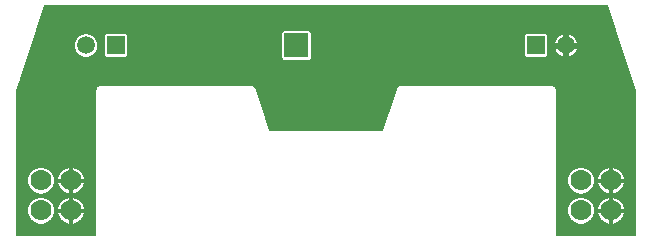
<source format=gtl>
%FSLAX33Y33*%
%MOMM*%
%AMRect-W1500000-H1500000-RO1.000*
21,1,1.5,1.5,0.,0.,180*%
%ADD10C,0.0508*%
%ADD11C,0.7112*%
%ADD12R,2.X2.*%
%ADD13C,2.*%
%ADD14R,1.5X1.5*%
%ADD15C,1.5*%
%ADD16C,1.778*%
%ADD17C,1.5*%
%ADD18Rect-W1500000-H1500000-RO1.000*%
D10*
%LNpour fill*%
G01*
X52894Y12628D02*
X52894Y12628D01*
X50479Y19874*
X2861Y19874*
X0446Y12628*
X0446Y0446*
X7174Y0446*
X7174Y12700*
X7174Y12700*
X7183Y12787*
X7183Y12787*
X7208Y12871*
X7208Y12871*
X7249Y12948*
X7249Y12948*
X7305Y13015*
X7305Y13015*
X7372Y13071*
X7372Y13071*
X7449Y13112*
X7449Y13112*
X7533Y13137*
X7533Y13137*
X7620Y13146*
X7620Y13146*
X20320Y13146*
X20320Y13146*
X20336Y13144*
X20352Y13145*
X20352Y13145*
X20379Y13140*
X20407Y13137*
X20407Y13137*
X20422Y13133*
X20438Y13130*
X20438Y13130*
X20464Y13120*
X20491Y13112*
X20491Y13112*
X20505Y13104*
X20519Y13099*
X20519Y13099*
X20543Y13084*
X20568Y13071*
X20568Y13071*
X20580Y13061*
X20593Y13052*
X20593Y13052*
X20614Y13033*
X20635Y13015*
X20635Y13015*
X20645Y13003*
X20657Y12992*
X20657Y12992*
X20673Y12969*
X20691Y12948*
X20691Y12948*
X20698Y12934*
X20707Y12921*
X20707Y12921*
X20719Y12895*
X20732Y12871*
X20732Y12871*
X20736Y12855*
X20743Y12841*
X20743Y12841*
X21911Y9336*
X31429Y9336*
X32597Y12841*
X32597Y12841*
X32604Y12855*
X32608Y12871*
X32608Y12871*
X32621Y12895*
X32633Y12921*
X32633Y12921*
X32642Y12934*
X32649Y12948*
X32649Y12948*
X32667Y12969*
X32683Y12992*
X32683Y12992*
X32695Y13003*
X32705Y13015*
X32705Y13015*
X32726Y13033*
X32747Y13052*
X32747Y13052*
X32760Y13061*
X32772Y13071*
X32772Y13071*
X32797Y13084*
X32821Y13099*
X32821Y13099*
X32835Y13104*
X32849Y13112*
X32849Y13112*
X32876Y13120*
X32902Y13130*
X32902Y13130*
X32918Y13133*
X32933Y13137*
X32933Y13137*
X32961Y13140*
X32988Y13145*
X32988Y13145*
X33004Y13144*
X33020Y13146*
X33020Y13146*
X45720Y13146*
X45720Y13146*
X45807Y13137*
X45807Y13137*
X45891Y13112*
X45891Y13112*
X45968Y13071*
X45968Y13071*
X46035Y13015*
X46035Y13015*
X46091Y12948*
X46091Y12948*
X46132Y12871*
X46132Y12871*
X46157Y12787*
X46157Y12787*
X46166Y12700*
X46166Y12700*
X46166Y0446*
X52894Y0446*
X52894Y12628*
X25170Y15255D02*
X23170Y15255D01*
X23130Y15258*
X23091Y15267*
X23054Y15283*
X23020Y15304*
X22990Y15330*
X22964Y15360*
X22943Y15394*
X22927Y15431*
X22918Y15470*
X22915Y15510*
X22915Y17510*
X22918Y17550*
X22927Y17589*
X22943Y17626*
X22964Y17660*
X22990Y17690*
X23020Y17716*
X23054Y17737*
X23091Y17753*
X23130Y17762*
X23170Y17765*
X25170Y17765*
X25210Y17762*
X25249Y17753*
X25286Y17737*
X25320Y17716*
X25350Y17690*
X25376Y17660*
X25397Y17626*
X25413Y17589*
X25422Y17550*
X25425Y17510*
X25425Y15510*
X25422Y15470*
X25413Y15431*
X25397Y15394*
X25376Y15360*
X25350Y15330*
X25320Y15304*
X25286Y15283*
X25249Y15267*
X25210Y15258*
X25170Y15255*
X9640Y15505D02*
X8140Y15505D01*
X8100Y15508*
X8061Y15517*
X8024Y15533*
X7990Y15554*
X7960Y15580*
X7934Y15610*
X7913Y15644*
X7897Y15681*
X7888Y15720*
X7885Y15760*
X7885Y17260*
X7888Y17300*
X7897Y17339*
X7913Y17376*
X7934Y17410*
X7960Y17440*
X7990Y17466*
X8024Y17487*
X8061Y17503*
X8100Y17512*
X8140Y17515*
X9640Y17515*
X9680Y17512*
X9719Y17503*
X9756Y17487*
X9790Y17466*
X9820Y17440*
X9846Y17410*
X9867Y17376*
X9883Y17339*
X9892Y17300*
X9895Y17260*
X9895Y15760*
X9892Y15720*
X9883Y15681*
X9867Y15644*
X9846Y15610*
X9820Y15580*
X9790Y15554*
X9756Y15533*
X9719Y15517*
X9680Y15508*
X9640Y15505*
X45200Y15505D02*
X43700Y15505D01*
X43660Y15508*
X43621Y15517*
X43584Y15533*
X43550Y15554*
X43520Y15580*
X43494Y15610*
X43473Y15644*
X43457Y15681*
X43448Y15720*
X43445Y15760*
X43445Y17260*
X43448Y17300*
X43457Y17339*
X43473Y17376*
X43494Y17410*
X43520Y17440*
X43550Y17466*
X43584Y17487*
X43621Y17503*
X43660Y17512*
X43700Y17515*
X45200Y17515*
X45240Y17512*
X45279Y17503*
X45316Y17487*
X45350Y17466*
X45380Y17440*
X45406Y17410*
X45427Y17376*
X45443Y17339*
X45452Y17300*
X45455Y17260*
X45455Y15760*
X45452Y15720*
X45443Y15681*
X45427Y15644*
X45406Y15610*
X45380Y15580*
X45350Y15554*
X45316Y15533*
X45279Y15517*
X45240Y15508*
X45200Y15505*
X6471Y15512D02*
X6229Y15512D01*
X5994Y15570*
X5779Y15683*
X5598Y15844*
X5460Y16043*
X5374Y16269*
X5345Y16510*
X5374Y16751*
X5460Y16977*
X5598Y17176*
X5779Y17337*
X5994Y17450*
X6229Y17508*
X6471Y17508*
X6706Y17450*
X6921Y17337*
X7102Y17176*
X7240Y16977*
X7326Y16751*
X7355Y16510*
X7326Y16269*
X7240Y16043*
X7102Y15844*
X6921Y15683*
X6706Y15570*
X6471Y15512*
X47190Y15532D02*
X47190Y15829D01*
X46790Y15829*
X46790Y15532*
X46634Y15570*
X46419Y15683*
X46238Y15844*
X46100Y16043*
X46014Y16269*
X46009Y16310*
X46303Y16310*
X46303Y16710*
X46009Y16710*
X46014Y16751*
X46100Y16977*
X46238Y17176*
X46419Y17337*
X46634Y17450*
X46790Y17488*
X46790Y17191*
X47190Y17191*
X47190Y17488*
X47346Y17450*
X47561Y17337*
X47742Y17176*
X47880Y16977*
X47966Y16751*
X47971Y16710*
X47676Y16710*
X47676Y16310*
X47971Y16310*
X47966Y16269*
X47880Y16043*
X47742Y15844*
X47561Y15683*
X47346Y15570*
X47190Y15532*
X2678Y3944D02*
X2402Y3944D01*
X2134Y4010*
X1890Y4139*
X1684Y4321*
X1527Y4548*
X1429Y4806*
X1396Y5080*
X1429Y5354*
X1527Y5612*
X1684Y5839*
X1890Y6021*
X2134Y6150*
X2402Y6216*
X2678Y6216*
X2946Y6150*
X3190Y6021*
X3396Y5839*
X3553Y5612*
X3651Y5354*
X3684Y5080*
X3651Y4806*
X3553Y4548*
X3396Y4321*
X3190Y4139*
X2946Y4010*
X2678Y3944*
X5218Y3944D02*
X5207Y3944D01*
X5207Y4261*
X4953Y4261*
X4953Y3944*
X4942Y3944*
X4674Y4010*
X4430Y4139*
X4224Y4321*
X4067Y4548*
X3969Y4806*
X3951Y4953*
X4255Y4953*
X4255Y5207*
X3951Y5207*
X3969Y5354*
X4067Y5612*
X4224Y5839*
X4430Y6021*
X4674Y6150*
X4942Y6216*
X4953Y6216*
X4953Y5899*
X5207Y5899*
X5207Y6216*
X5218Y6216*
X5486Y6150*
X5730Y6021*
X5936Y5839*
X6093Y5612*
X6191Y5354*
X6209Y5207*
X5905Y5207*
X5905Y4953*
X6209Y4953*
X6191Y4806*
X6093Y4548*
X5936Y4321*
X5730Y4139*
X5486Y4010*
X5218Y3944*
X48398Y3944D02*
X48122Y3944D01*
X47854Y4010*
X47610Y4139*
X47404Y4321*
X47247Y4548*
X47149Y4806*
X47116Y5080*
X47149Y5354*
X47247Y5612*
X47404Y5839*
X47610Y6021*
X47854Y6150*
X48122Y6216*
X48398Y6216*
X48666Y6150*
X48910Y6021*
X49116Y5839*
X49273Y5612*
X49371Y5354*
X49404Y5080*
X49371Y4806*
X49273Y4548*
X49116Y4321*
X48910Y4139*
X48666Y4010*
X48398Y3944*
X50938Y3944D02*
X50927Y3944D01*
X50927Y4261*
X50673Y4261*
X50673Y3944*
X50662Y3944*
X50394Y4010*
X50150Y4139*
X49944Y4321*
X49787Y4548*
X49689Y4806*
X49671Y4953*
X49974Y4953*
X49974Y5207*
X49671Y5207*
X49689Y5354*
X49787Y5612*
X49944Y5839*
X50150Y6021*
X50394Y6150*
X50662Y6216*
X50673Y6216*
X50673Y5899*
X50927Y5899*
X50927Y6216*
X50938Y6216*
X51206Y6150*
X51450Y6021*
X51656Y5839*
X51813Y5612*
X51911Y5354*
X51929Y5207*
X51626Y5207*
X51626Y4953*
X51929Y4953*
X51911Y4806*
X51813Y4548*
X51656Y4321*
X51450Y4139*
X51206Y4010*
X50938Y3944*
X2678Y1404D02*
X2402Y1404D01*
X2134Y1470*
X1890Y1599*
X1684Y1781*
X1527Y2008*
X1429Y2266*
X1396Y2540*
X1429Y2814*
X1527Y3072*
X1684Y3299*
X1890Y3481*
X2134Y3610*
X2402Y3676*
X2678Y3676*
X2946Y3610*
X3190Y3481*
X3396Y3299*
X3553Y3072*
X3651Y2814*
X3684Y2540*
X3651Y2266*
X3553Y2008*
X3396Y1781*
X3190Y1599*
X2946Y1470*
X2678Y1404*
X5218Y1404D02*
X5207Y1404D01*
X5207Y1721*
X4953Y1721*
X4953Y1404*
X4942Y1404*
X4674Y1470*
X4430Y1599*
X4224Y1781*
X4067Y2008*
X3969Y2266*
X3951Y2413*
X4255Y2413*
X4255Y2667*
X3951Y2667*
X3969Y2814*
X4067Y3072*
X4224Y3299*
X4430Y3481*
X4674Y3610*
X4942Y3676*
X4953Y3676*
X4953Y3359*
X5207Y3359*
X5207Y3676*
X5218Y3676*
X5486Y3610*
X5730Y3481*
X5936Y3299*
X6093Y3072*
X6191Y2814*
X6209Y2667*
X5905Y2667*
X5905Y2413*
X6209Y2413*
X6191Y2266*
X6093Y2008*
X5936Y1781*
X5730Y1599*
X5486Y1470*
X5218Y1404*
X48398Y1404D02*
X48122Y1404D01*
X47854Y1470*
X47610Y1599*
X47404Y1781*
X47247Y2008*
X47149Y2266*
X47116Y2540*
X47149Y2814*
X47247Y3072*
X47404Y3299*
X47610Y3481*
X47854Y3610*
X48122Y3676*
X48398Y3676*
X48666Y3610*
X48910Y3481*
X49116Y3299*
X49273Y3072*
X49371Y2814*
X49404Y2540*
X49371Y2266*
X49273Y2008*
X49116Y1781*
X48910Y1599*
X48666Y1470*
X48398Y1404*
X50938Y1404D02*
X50927Y1404D01*
X50927Y1721*
X50673Y1721*
X50673Y1404*
X50662Y1404*
X50394Y1470*
X50150Y1599*
X49944Y1781*
X49787Y2008*
X49689Y2266*
X49671Y2413*
X49974Y2413*
X49974Y2667*
X49671Y2667*
X49689Y2814*
X49787Y3072*
X49944Y3299*
X50150Y3481*
X50394Y3610*
X50662Y3676*
X50673Y3676*
X50673Y3359*
X50927Y3359*
X50927Y3676*
X50938Y3676*
X51206Y3610*
X51450Y3481*
X51656Y3299*
X51813Y3072*
X51911Y2814*
X51929Y2667*
X51626Y2667*
X51626Y2413*
X51929Y2413*
X51911Y2266*
X51813Y2008*
X51656Y1781*
X51450Y1599*
X51206Y1470*
X50938Y1404*
X0446Y0495D02*
X7175Y0495D01*
X46166Y0495D02*
X52895Y0495D01*
X0446Y0545D02*
X7175Y0545D01*
X46166Y0545D02*
X52895Y0545D01*
X0446Y0594D02*
X7175Y0594D01*
X46166Y0594D02*
X52895Y0594D01*
X0446Y0644D02*
X7175Y0644D01*
X46166Y0644D02*
X52895Y0644D01*
X0446Y0693D02*
X7175Y0693D01*
X46166Y0693D02*
X52895Y0693D01*
X0446Y0743D02*
X7175Y0743D01*
X46166Y0743D02*
X52895Y0743D01*
X0446Y0792D02*
X7175Y0792D01*
X46166Y0792D02*
X52895Y0792D01*
X0446Y0842D02*
X7175Y0842D01*
X46166Y0842D02*
X52895Y0842D01*
X0446Y0891D02*
X7175Y0891D01*
X46166Y0891D02*
X52895Y0891D01*
X0446Y0941D02*
X7175Y0941D01*
X46166Y0941D02*
X52895Y0941D01*
X0446Y0990D02*
X7175Y0990D01*
X46166Y0990D02*
X52895Y0990D01*
X0446Y1040D02*
X7175Y1040D01*
X46166Y1040D02*
X52895Y1040D01*
X0446Y1089D02*
X7175Y1089D01*
X46166Y1089D02*
X52895Y1089D01*
X0446Y1139D02*
X7175Y1139D01*
X46166Y1139D02*
X52895Y1139D01*
X0446Y1188D02*
X7175Y1188D01*
X46166Y1188D02*
X52895Y1188D01*
X0446Y1238D02*
X7175Y1238D01*
X46166Y1238D02*
X52895Y1238D01*
X0446Y1288D02*
X7175Y1288D01*
X46166Y1288D02*
X52895Y1288D01*
X0446Y1337D02*
X7175Y1337D01*
X46166Y1337D02*
X52895Y1337D01*
X0446Y1387D02*
X7175Y1387D01*
X46166Y1387D02*
X52895Y1387D01*
X0446Y1436D02*
X2272Y1436D01*
X2808Y1436D02*
X4812Y1436D01*
X4953Y1436D02*
X5207Y1436D01*
X5348Y1436D02*
X7175Y1436D01*
X46166Y1436D02*
X47992Y1436D01*
X48528Y1436D02*
X50532Y1436D01*
X50673Y1436D02*
X50927Y1436D01*
X51068Y1436D02*
X52895Y1436D01*
X0446Y1486D02*
X2105Y1486D01*
X2975Y1486D02*
X4645Y1486D01*
X4953Y1486D02*
X5207Y1486D01*
X5515Y1486D02*
X7175Y1486D01*
X46166Y1486D02*
X47825Y1486D01*
X48695Y1486D02*
X50365Y1486D01*
X50673Y1486D02*
X50927Y1486D01*
X51235Y1486D02*
X52895Y1486D01*
X0446Y1535D02*
X2010Y1535D01*
X3070Y1535D02*
X4550Y1535D01*
X4953Y1535D02*
X5207Y1535D01*
X5610Y1535D02*
X7175Y1535D01*
X46166Y1535D02*
X47730Y1535D01*
X48790Y1535D02*
X50270Y1535D01*
X50673Y1535D02*
X50927Y1535D01*
X51330Y1535D02*
X52895Y1535D01*
X0446Y1585D02*
X1916Y1585D01*
X3164Y1585D02*
X4456Y1585D01*
X4953Y1585D02*
X5207Y1585D01*
X5704Y1585D02*
X7175Y1585D01*
X46166Y1585D02*
X47636Y1585D01*
X48884Y1585D02*
X50176Y1585D01*
X50673Y1585D02*
X50927Y1585D01*
X51424Y1585D02*
X52895Y1585D01*
X0446Y1634D02*
X1849Y1634D01*
X3231Y1634D02*
X4389Y1634D01*
X4953Y1634D02*
X5207Y1634D01*
X5771Y1634D02*
X7175Y1634D01*
X46166Y1634D02*
X47569Y1634D01*
X48951Y1634D02*
X50109Y1634D01*
X50673Y1634D02*
X50927Y1634D01*
X51491Y1634D02*
X52895Y1634D01*
X0446Y1684D02*
X1794Y1684D01*
X3286Y1684D02*
X4334Y1684D01*
X4953Y1684D02*
X5207Y1684D01*
X5826Y1684D02*
X7175Y1684D01*
X46166Y1684D02*
X47514Y1684D01*
X49006Y1684D02*
X50054Y1684D01*
X50673Y1684D02*
X50927Y1684D01*
X51546Y1684D02*
X52895Y1684D01*
X0446Y1733D02*
X1738Y1733D01*
X3342Y1733D02*
X4278Y1733D01*
X5882Y1733D02*
X7175Y1733D01*
X46166Y1733D02*
X47458Y1733D01*
X49062Y1733D02*
X49998Y1733D01*
X51602Y1733D02*
X52895Y1733D01*
X0446Y1783D02*
X1682Y1783D01*
X3398Y1783D02*
X4222Y1783D01*
X5938Y1783D02*
X7175Y1783D01*
X46166Y1783D02*
X47402Y1783D01*
X49118Y1783D02*
X49942Y1783D01*
X51658Y1783D02*
X52895Y1783D01*
X0446Y1832D02*
X1648Y1832D01*
X3432Y1832D02*
X4188Y1832D01*
X5972Y1832D02*
X7175Y1832D01*
X46166Y1832D02*
X47368Y1832D01*
X49152Y1832D02*
X49908Y1832D01*
X51692Y1832D02*
X52895Y1832D01*
X0446Y1882D02*
X1614Y1882D01*
X3466Y1882D02*
X4154Y1882D01*
X6006Y1882D02*
X7175Y1882D01*
X46166Y1882D02*
X47334Y1882D01*
X49186Y1882D02*
X49874Y1882D01*
X51726Y1882D02*
X52895Y1882D01*
X0446Y1931D02*
X1580Y1931D01*
X3500Y1931D02*
X4120Y1931D01*
X6040Y1931D02*
X7175Y1931D01*
X46166Y1931D02*
X47300Y1931D01*
X49220Y1931D02*
X49840Y1931D01*
X51760Y1931D02*
X52895Y1931D01*
X0446Y1981D02*
X1546Y1981D01*
X3534Y1981D02*
X4086Y1981D01*
X6074Y1981D02*
X7175Y1981D01*
X46166Y1981D02*
X47266Y1981D01*
X49254Y1981D02*
X49806Y1981D01*
X51794Y1981D02*
X52895Y1981D01*
X0446Y2030D02*
X1518Y2030D01*
X3562Y2030D02*
X4058Y2030D01*
X6102Y2030D02*
X7175Y2030D01*
X46166Y2030D02*
X47238Y2030D01*
X49282Y2030D02*
X49778Y2030D01*
X51822Y2030D02*
X52895Y2030D01*
X0446Y2080D02*
X1500Y2080D01*
X3580Y2080D02*
X4040Y2080D01*
X6120Y2080D02*
X7175Y2080D01*
X46166Y2080D02*
X47220Y2080D01*
X49300Y2080D02*
X49760Y2080D01*
X51840Y2080D02*
X52895Y2080D01*
X0446Y2130D02*
X1481Y2130D01*
X3599Y2130D02*
X4021Y2130D01*
X6139Y2130D02*
X7175Y2130D01*
X46166Y2130D02*
X47201Y2130D01*
X49319Y2130D02*
X49741Y2130D01*
X51859Y2130D02*
X52895Y2130D01*
X0446Y2179D02*
X1462Y2179D01*
X3618Y2179D02*
X4002Y2179D01*
X6158Y2179D02*
X7175Y2179D01*
X46166Y2179D02*
X47182Y2179D01*
X49338Y2179D02*
X49722Y2179D01*
X51878Y2179D02*
X52895Y2179D01*
X0446Y2229D02*
X1443Y2229D01*
X3637Y2229D02*
X3983Y2229D01*
X6177Y2229D02*
X7175Y2229D01*
X46166Y2229D02*
X47163Y2229D01*
X49357Y2229D02*
X49703Y2229D01*
X51897Y2229D02*
X52895Y2229D01*
X0446Y2278D02*
X1428Y2278D01*
X3652Y2278D02*
X3968Y2278D01*
X6192Y2278D02*
X7175Y2278D01*
X46166Y2278D02*
X47148Y2278D01*
X49372Y2278D02*
X49688Y2278D01*
X51912Y2278D02*
X52895Y2278D01*
X0446Y2328D02*
X1422Y2328D01*
X3658Y2328D02*
X3962Y2328D01*
X6198Y2328D02*
X7175Y2328D01*
X46166Y2328D02*
X47142Y2328D01*
X49378Y2328D02*
X49682Y2328D01*
X51918Y2328D02*
X52895Y2328D01*
X0446Y2377D02*
X1416Y2377D01*
X3664Y2377D02*
X3956Y2377D01*
X6204Y2377D02*
X7175Y2377D01*
X46166Y2377D02*
X47136Y2377D01*
X49384Y2377D02*
X49676Y2377D01*
X51924Y2377D02*
X52895Y2377D01*
X0446Y2427D02*
X1410Y2427D01*
X3670Y2427D02*
X4254Y2427D01*
X5906Y2427D02*
X7175Y2427D01*
X46166Y2427D02*
X47130Y2427D01*
X49390Y2427D02*
X49974Y2427D01*
X51626Y2427D02*
X52895Y2427D01*
X0446Y2476D02*
X1403Y2476D01*
X3677Y2476D02*
X4254Y2476D01*
X5906Y2476D02*
X7175Y2476D01*
X46166Y2476D02*
X47123Y2476D01*
X49397Y2476D02*
X49974Y2476D01*
X51626Y2476D02*
X52895Y2476D01*
X0446Y2526D02*
X1397Y2526D01*
X3683Y2526D02*
X4254Y2526D01*
X5906Y2526D02*
X7175Y2526D01*
X46166Y2526D02*
X47117Y2526D01*
X49403Y2526D02*
X49974Y2526D01*
X51626Y2526D02*
X52895Y2526D01*
X0446Y2575D02*
X1400Y2575D01*
X3680Y2575D02*
X4254Y2575D01*
X5906Y2575D02*
X7175Y2575D01*
X46166Y2575D02*
X47120Y2575D01*
X49400Y2575D02*
X49974Y2575D01*
X51626Y2575D02*
X52895Y2575D01*
X0446Y2625D02*
X1406Y2625D01*
X3674Y2625D02*
X4254Y2625D01*
X5906Y2625D02*
X7175Y2625D01*
X46166Y2625D02*
X47126Y2625D01*
X49394Y2625D02*
X49974Y2625D01*
X51626Y2625D02*
X52895Y2625D01*
X0446Y2674D02*
X1412Y2674D01*
X3668Y2674D02*
X3952Y2674D01*
X6208Y2674D02*
X7175Y2674D01*
X46166Y2674D02*
X47132Y2674D01*
X49388Y2674D02*
X49672Y2674D01*
X51928Y2674D02*
X52895Y2674D01*
X0446Y2724D02*
X1418Y2724D01*
X3662Y2724D02*
X3958Y2724D01*
X6202Y2724D02*
X7175Y2724D01*
X46166Y2724D02*
X47138Y2724D01*
X49382Y2724D02*
X49678Y2724D01*
X51922Y2724D02*
X52895Y2724D01*
X0446Y2773D02*
X1424Y2773D01*
X3656Y2773D02*
X3964Y2773D01*
X6196Y2773D02*
X7175Y2773D01*
X46166Y2773D02*
X47144Y2773D01*
X49376Y2773D02*
X49684Y2773D01*
X51916Y2773D02*
X52895Y2773D01*
X0446Y2823D02*
X1432Y2823D01*
X3648Y2823D02*
X3972Y2823D01*
X6188Y2823D02*
X7175Y2823D01*
X46166Y2823D02*
X47152Y2823D01*
X49368Y2823D02*
X49692Y2823D01*
X51908Y2823D02*
X52895Y2823D01*
X0446Y2872D02*
X1451Y2872D01*
X3629Y2872D02*
X3991Y2872D01*
X6169Y2872D02*
X7175Y2872D01*
X46166Y2872D02*
X47171Y2872D01*
X49349Y2872D02*
X49711Y2872D01*
X51889Y2872D02*
X52895Y2872D01*
X0446Y2922D02*
X1470Y2922D01*
X3610Y2922D02*
X4010Y2922D01*
X6150Y2922D02*
X7175Y2922D01*
X46166Y2922D02*
X47190Y2922D01*
X49330Y2922D02*
X49730Y2922D01*
X51870Y2922D02*
X52895Y2922D01*
X0446Y2972D02*
X1489Y2972D01*
X3591Y2972D02*
X4029Y2972D01*
X6131Y2972D02*
X7175Y2972D01*
X46166Y2972D02*
X47209Y2972D01*
X49311Y2972D02*
X49749Y2972D01*
X51851Y2972D02*
X52895Y2972D01*
X0446Y3021D02*
X1508Y3021D01*
X3572Y3021D02*
X4048Y3021D01*
X6112Y3021D02*
X7175Y3021D01*
X46166Y3021D02*
X47228Y3021D01*
X49292Y3021D02*
X49768Y3021D01*
X51832Y3021D02*
X52895Y3021D01*
X0446Y3071D02*
X1526Y3071D01*
X3554Y3071D02*
X4066Y3071D01*
X6094Y3071D02*
X7175Y3071D01*
X46166Y3071D02*
X47246Y3071D01*
X49274Y3071D02*
X49786Y3071D01*
X51814Y3071D02*
X52895Y3071D01*
X0446Y3120D02*
X1560Y3120D01*
X3520Y3120D02*
X4100Y3120D01*
X6060Y3120D02*
X7175Y3120D01*
X46166Y3120D02*
X47280Y3120D01*
X49240Y3120D02*
X49820Y3120D01*
X51780Y3120D02*
X52895Y3120D01*
X0446Y3170D02*
X1594Y3170D01*
X3486Y3170D02*
X4134Y3170D01*
X6026Y3170D02*
X7175Y3170D01*
X46166Y3170D02*
X47314Y3170D01*
X49206Y3170D02*
X49854Y3170D01*
X51746Y3170D02*
X52895Y3170D01*
X0446Y3219D02*
X1629Y3219D01*
X3451Y3219D02*
X4169Y3219D01*
X5991Y3219D02*
X7175Y3219D01*
X46166Y3219D02*
X47349Y3219D01*
X49171Y3219D02*
X49889Y3219D01*
X51711Y3219D02*
X52895Y3219D01*
X0446Y3269D02*
X1663Y3269D01*
X3417Y3269D02*
X4203Y3269D01*
X5957Y3269D02*
X7175Y3269D01*
X46166Y3269D02*
X47383Y3269D01*
X49137Y3269D02*
X49923Y3269D01*
X51677Y3269D02*
X52895Y3269D01*
X0446Y3318D02*
X1705Y3318D01*
X3375Y3318D02*
X4245Y3318D01*
X5915Y3318D02*
X7175Y3318D01*
X46166Y3318D02*
X47425Y3318D01*
X49095Y3318D02*
X49965Y3318D01*
X51635Y3318D02*
X52895Y3318D01*
X0446Y3368D02*
X1761Y3368D01*
X3319Y3368D02*
X4301Y3368D01*
X4953Y3368D02*
X5207Y3368D01*
X5859Y3368D02*
X7175Y3368D01*
X46166Y3368D02*
X47481Y3368D01*
X49039Y3368D02*
X50021Y3368D01*
X50673Y3368D02*
X50927Y3368D01*
X51579Y3368D02*
X52895Y3368D01*
X0446Y3417D02*
X1817Y3417D01*
X3263Y3417D02*
X4357Y3417D01*
X4953Y3417D02*
X5207Y3417D01*
X5803Y3417D02*
X7175Y3417D01*
X46166Y3417D02*
X47537Y3417D01*
X48983Y3417D02*
X50077Y3417D01*
X50673Y3417D02*
X50927Y3417D01*
X51523Y3417D02*
X52895Y3417D01*
X0446Y3467D02*
X1873Y3467D01*
X3207Y3467D02*
X4413Y3467D01*
X4953Y3467D02*
X5207Y3467D01*
X5747Y3467D02*
X7175Y3467D01*
X46166Y3467D02*
X47593Y3467D01*
X48927Y3467D02*
X50133Y3467D01*
X50673Y3467D02*
X50927Y3467D01*
X51467Y3467D02*
X52895Y3467D01*
X0446Y3516D02*
X1956Y3516D01*
X3124Y3516D02*
X4496Y3516D01*
X4953Y3516D02*
X5207Y3516D01*
X5664Y3516D02*
X7175Y3516D01*
X46166Y3516D02*
X47676Y3516D01*
X48844Y3516D02*
X50216Y3516D01*
X50673Y3516D02*
X50927Y3516D01*
X51384Y3516D02*
X52895Y3516D01*
X0446Y3566D02*
X2050Y3566D01*
X3030Y3566D02*
X4590Y3566D01*
X4953Y3566D02*
X5207Y3566D01*
X5570Y3566D02*
X7175Y3566D01*
X46166Y3566D02*
X47770Y3566D01*
X48750Y3566D02*
X50310Y3566D01*
X50673Y3566D02*
X50927Y3566D01*
X51290Y3566D02*
X52895Y3566D01*
X0446Y3615D02*
X2157Y3615D01*
X2923Y3615D02*
X4697Y3615D01*
X4953Y3615D02*
X5207Y3615D01*
X5463Y3615D02*
X7175Y3615D01*
X46166Y3615D02*
X47877Y3615D01*
X48643Y3615D02*
X50417Y3615D01*
X50673Y3615D02*
X50927Y3615D01*
X51183Y3615D02*
X52895Y3615D01*
X0446Y3665D02*
X2358Y3665D01*
X2722Y3665D02*
X4898Y3665D01*
X4953Y3665D02*
X5207Y3665D01*
X5262Y3665D02*
X7175Y3665D01*
X46166Y3665D02*
X48078Y3665D01*
X48442Y3665D02*
X50618Y3665D01*
X50673Y3665D02*
X50927Y3665D01*
X50982Y3665D02*
X52895Y3665D01*
X0446Y3714D02*
X7175Y3714D01*
X46166Y3714D02*
X52895Y3714D01*
X0446Y3764D02*
X7175Y3764D01*
X46166Y3764D02*
X52895Y3764D01*
X0446Y3814D02*
X7175Y3814D01*
X46166Y3814D02*
X52895Y3814D01*
X0446Y3863D02*
X7175Y3863D01*
X46166Y3863D02*
X52895Y3863D01*
X0446Y3913D02*
X7175Y3913D01*
X46166Y3913D02*
X52895Y3913D01*
X0446Y3962D02*
X2329Y3962D01*
X2751Y3962D02*
X4869Y3962D01*
X4953Y3962D02*
X5207Y3962D01*
X5291Y3962D02*
X7175Y3962D01*
X46166Y3962D02*
X48049Y3962D01*
X48471Y3962D02*
X50589Y3962D01*
X50673Y3962D02*
X50927Y3962D01*
X51011Y3962D02*
X52895Y3962D01*
X0446Y4012D02*
X2131Y4012D01*
X2949Y4012D02*
X4671Y4012D01*
X4953Y4012D02*
X5207Y4012D01*
X5489Y4012D02*
X7175Y4012D01*
X46166Y4012D02*
X47851Y4012D01*
X48669Y4012D02*
X50391Y4012D01*
X50673Y4012D02*
X50927Y4012D01*
X51209Y4012D02*
X52895Y4012D01*
X0446Y4061D02*
X2037Y4061D01*
X3043Y4061D02*
X4577Y4061D01*
X4953Y4061D02*
X5207Y4061D01*
X5583Y4061D02*
X7175Y4061D01*
X46166Y4061D02*
X47757Y4061D01*
X48763Y4061D02*
X50297Y4061D01*
X50673Y4061D02*
X50927Y4061D01*
X51303Y4061D02*
X52895Y4061D01*
X0446Y4111D02*
X1943Y4111D01*
X3137Y4111D02*
X4483Y4111D01*
X4953Y4111D02*
X5207Y4111D01*
X5677Y4111D02*
X7175Y4111D01*
X46166Y4111D02*
X47663Y4111D01*
X48857Y4111D02*
X50203Y4111D01*
X50673Y4111D02*
X50927Y4111D01*
X51397Y4111D02*
X52895Y4111D01*
X0446Y4160D02*
X1865Y4160D01*
X3215Y4160D02*
X4405Y4160D01*
X4953Y4160D02*
X5207Y4160D01*
X5755Y4160D02*
X7175Y4160D01*
X46166Y4160D02*
X47585Y4160D01*
X48935Y4160D02*
X50125Y4160D01*
X50673Y4160D02*
X50927Y4160D01*
X51475Y4160D02*
X52895Y4160D01*
X0446Y4210D02*
X1809Y4210D01*
X3271Y4210D02*
X4349Y4210D01*
X4953Y4210D02*
X5207Y4210D01*
X5811Y4210D02*
X7175Y4210D01*
X46166Y4210D02*
X47529Y4210D01*
X48991Y4210D02*
X50069Y4210D01*
X50673Y4210D02*
X50927Y4210D01*
X51531Y4210D02*
X52895Y4210D01*
X0446Y4259D02*
X1753Y4259D01*
X3327Y4259D02*
X4293Y4259D01*
X4953Y4259D02*
X5207Y4259D01*
X5867Y4259D02*
X7175Y4259D01*
X46166Y4259D02*
X47473Y4259D01*
X49047Y4259D02*
X50013Y4259D01*
X50673Y4259D02*
X50927Y4259D01*
X51587Y4259D02*
X52895Y4259D01*
X0446Y4309D02*
X1697Y4309D01*
X3383Y4309D02*
X4237Y4309D01*
X5923Y4309D02*
X7175Y4309D01*
X46166Y4309D02*
X47417Y4309D01*
X49103Y4309D02*
X49957Y4309D01*
X51643Y4309D02*
X52895Y4309D01*
X0446Y4358D02*
X1658Y4358D01*
X3422Y4358D02*
X4198Y4358D01*
X5962Y4358D02*
X7175Y4358D01*
X46166Y4358D02*
X47378Y4358D01*
X49142Y4358D02*
X49918Y4358D01*
X51682Y4358D02*
X52895Y4358D01*
X0446Y4408D02*
X1624Y4408D01*
X3456Y4408D02*
X4164Y4408D01*
X5996Y4408D02*
X7175Y4408D01*
X46166Y4408D02*
X47344Y4408D01*
X49176Y4408D02*
X49884Y4408D01*
X51716Y4408D02*
X52895Y4408D01*
X0446Y4457D02*
X1589Y4457D01*
X3491Y4457D02*
X4129Y4457D01*
X6031Y4457D02*
X7175Y4457D01*
X46166Y4457D02*
X47309Y4457D01*
X49211Y4457D02*
X49849Y4457D01*
X51751Y4457D02*
X52895Y4457D01*
X0446Y4507D02*
X1555Y4507D01*
X3525Y4507D02*
X4095Y4507D01*
X6065Y4507D02*
X7175Y4507D01*
X46166Y4507D02*
X47275Y4507D01*
X49245Y4507D02*
X49815Y4507D01*
X51785Y4507D02*
X52895Y4507D01*
X0446Y4556D02*
X1524Y4556D01*
X3556Y4556D02*
X4064Y4556D01*
X6096Y4556D02*
X7175Y4556D01*
X46166Y4556D02*
X47244Y4556D01*
X49276Y4556D02*
X49784Y4556D01*
X51816Y4556D02*
X52895Y4556D01*
X0446Y4606D02*
X1505Y4606D01*
X3575Y4606D02*
X4045Y4606D01*
X6115Y4606D02*
X7175Y4606D01*
X46166Y4606D02*
X47225Y4606D01*
X49295Y4606D02*
X49765Y4606D01*
X51835Y4606D02*
X52895Y4606D01*
X0446Y4656D02*
X1486Y4656D01*
X3594Y4656D02*
X4026Y4656D01*
X6134Y4656D02*
X7175Y4656D01*
X46166Y4656D02*
X47206Y4656D01*
X49314Y4656D02*
X49746Y4656D01*
X51854Y4656D02*
X52895Y4656D01*
X0446Y4705D02*
X1467Y4705D01*
X3613Y4705D02*
X4007Y4705D01*
X6153Y4705D02*
X7175Y4705D01*
X46166Y4705D02*
X47187Y4705D01*
X49333Y4705D02*
X49727Y4705D01*
X51873Y4705D02*
X52895Y4705D01*
X0446Y4755D02*
X1449Y4755D01*
X3631Y4755D02*
X3989Y4755D01*
X6171Y4755D02*
X7175Y4755D01*
X46166Y4755D02*
X47169Y4755D01*
X49351Y4755D02*
X49709Y4755D01*
X51891Y4755D02*
X52895Y4755D01*
X0446Y4804D02*
X1430Y4804D01*
X3650Y4804D02*
X3970Y4804D01*
X6190Y4804D02*
X7175Y4804D01*
X46166Y4804D02*
X47150Y4804D01*
X49370Y4804D02*
X49690Y4804D01*
X51910Y4804D02*
X52895Y4804D01*
X0446Y4854D02*
X1423Y4854D01*
X3657Y4854D02*
X3963Y4854D01*
X6197Y4854D02*
X7175Y4854D01*
X46166Y4854D02*
X47143Y4854D01*
X49377Y4854D02*
X49683Y4854D01*
X51917Y4854D02*
X52895Y4854D01*
X0446Y4903D02*
X1417Y4903D01*
X3663Y4903D02*
X3957Y4903D01*
X6203Y4903D02*
X7175Y4903D01*
X46166Y4903D02*
X47137Y4903D01*
X49383Y4903D02*
X49677Y4903D01*
X51923Y4903D02*
X52895Y4903D01*
X0446Y4953D02*
X1411Y4953D01*
X3669Y4953D02*
X3951Y4953D01*
X6209Y4953D02*
X7175Y4953D01*
X46166Y4953D02*
X47131Y4953D01*
X49389Y4953D02*
X49671Y4953D01*
X51929Y4953D02*
X52895Y4953D01*
X0446Y5002D02*
X1405Y5002D01*
X3675Y5002D02*
X4254Y5002D01*
X5906Y5002D02*
X7175Y5002D01*
X46166Y5002D02*
X47125Y5002D01*
X49395Y5002D02*
X49974Y5002D01*
X51626Y5002D02*
X52895Y5002D01*
X0446Y5052D02*
X1399Y5052D01*
X3681Y5052D02*
X4254Y5052D01*
X5906Y5052D02*
X7175Y5052D01*
X46166Y5052D02*
X47119Y5052D01*
X49401Y5052D02*
X49974Y5052D01*
X51626Y5052D02*
X52895Y5052D01*
X0446Y5101D02*
X1398Y5101D01*
X3682Y5101D02*
X4254Y5101D01*
X5906Y5101D02*
X7175Y5101D01*
X46166Y5101D02*
X47118Y5101D01*
X49402Y5101D02*
X49974Y5101D01*
X51626Y5101D02*
X52895Y5101D01*
X0446Y5151D02*
X1404Y5151D01*
X3676Y5151D02*
X4254Y5151D01*
X5906Y5151D02*
X7175Y5151D01*
X46166Y5151D02*
X47124Y5151D01*
X49396Y5151D02*
X49974Y5151D01*
X51626Y5151D02*
X52895Y5151D01*
X0446Y5200D02*
X1410Y5200D01*
X3670Y5200D02*
X4254Y5200D01*
X5906Y5200D02*
X7175Y5200D01*
X46166Y5200D02*
X47130Y5200D01*
X49390Y5200D02*
X49974Y5200D01*
X51626Y5200D02*
X52895Y5200D01*
X0446Y5250D02*
X1416Y5250D01*
X3664Y5250D02*
X3956Y5250D01*
X6204Y5250D02*
X7175Y5250D01*
X46166Y5250D02*
X47136Y5250D01*
X49384Y5250D02*
X49676Y5250D01*
X51924Y5250D02*
X52895Y5250D01*
X0446Y5299D02*
X1422Y5299D01*
X3658Y5299D02*
X3962Y5299D01*
X6198Y5299D02*
X7175Y5299D01*
X46166Y5299D02*
X47142Y5299D01*
X49378Y5299D02*
X49682Y5299D01*
X51918Y5299D02*
X52895Y5299D01*
X0446Y5349D02*
X1428Y5349D01*
X3652Y5349D02*
X3968Y5349D01*
X6192Y5349D02*
X7175Y5349D01*
X46166Y5349D02*
X47148Y5349D01*
X49372Y5349D02*
X49688Y5349D01*
X51912Y5349D02*
X52895Y5349D01*
X0446Y5399D02*
X1446Y5399D01*
X3634Y5399D02*
X3986Y5399D01*
X6174Y5399D02*
X7175Y5399D01*
X46166Y5399D02*
X47166Y5399D01*
X49354Y5399D02*
X49706Y5399D01*
X51894Y5399D02*
X52895Y5399D01*
X0446Y5448D02*
X1465Y5448D01*
X3615Y5448D02*
X4005Y5448D01*
X6155Y5448D02*
X7175Y5448D01*
X46166Y5448D02*
X47185Y5448D01*
X49335Y5448D02*
X49725Y5448D01*
X51875Y5448D02*
X52895Y5448D01*
X0446Y5498D02*
X1484Y5498D01*
X3596Y5498D02*
X4024Y5498D01*
X6136Y5498D02*
X7175Y5498D01*
X46166Y5498D02*
X47204Y5498D01*
X49316Y5498D02*
X49744Y5498D01*
X51856Y5498D02*
X52895Y5498D01*
X0446Y5547D02*
X1502Y5547D01*
X3578Y5547D02*
X4042Y5547D01*
X6118Y5547D02*
X7175Y5547D01*
X46166Y5547D02*
X47222Y5547D01*
X49298Y5547D02*
X49762Y5547D01*
X51838Y5547D02*
X52895Y5547D01*
X0446Y5597D02*
X1521Y5597D01*
X3559Y5597D02*
X4061Y5597D01*
X6099Y5597D02*
X7175Y5597D01*
X46166Y5597D02*
X47241Y5597D01*
X49279Y5597D02*
X49781Y5597D01*
X51819Y5597D02*
X52895Y5597D01*
X0446Y5646D02*
X1551Y5646D01*
X3529Y5646D02*
X4091Y5646D01*
X6069Y5646D02*
X7175Y5646D01*
X46166Y5646D02*
X47271Y5646D01*
X49249Y5646D02*
X49811Y5646D01*
X51789Y5646D02*
X52895Y5646D01*
X0446Y5696D02*
X1585Y5696D01*
X3495Y5696D02*
X4125Y5696D01*
X6035Y5696D02*
X7175Y5696D01*
X46166Y5696D02*
X47305Y5696D01*
X49215Y5696D02*
X49845Y5696D01*
X51755Y5696D02*
X52895Y5696D01*
X0446Y5745D02*
X1619Y5745D01*
X3461Y5745D02*
X4159Y5745D01*
X6001Y5745D02*
X7175Y5745D01*
X46166Y5745D02*
X47339Y5745D01*
X49181Y5745D02*
X49879Y5745D01*
X51721Y5745D02*
X52895Y5745D01*
X0446Y5795D02*
X1653Y5795D01*
X3427Y5795D02*
X4193Y5795D01*
X5967Y5795D02*
X7175Y5795D01*
X46166Y5795D02*
X47373Y5795D01*
X49147Y5795D02*
X49913Y5795D01*
X51687Y5795D02*
X52895Y5795D01*
X0446Y5844D02*
X1690Y5844D01*
X3390Y5844D02*
X4230Y5844D01*
X5930Y5844D02*
X7175Y5844D01*
X46166Y5844D02*
X47410Y5844D01*
X49110Y5844D02*
X49950Y5844D01*
X51650Y5844D02*
X52895Y5844D01*
X0446Y5894D02*
X1746Y5894D01*
X3334Y5894D02*
X4286Y5894D01*
X5874Y5894D02*
X7175Y5894D01*
X46166Y5894D02*
X47466Y5894D01*
X49054Y5894D02*
X50006Y5894D01*
X51594Y5894D02*
X52895Y5894D01*
X0446Y5943D02*
X1802Y5943D01*
X3278Y5943D02*
X4342Y5943D01*
X4953Y5943D02*
X5207Y5943D01*
X5818Y5943D02*
X7175Y5943D01*
X46166Y5943D02*
X47522Y5943D01*
X48998Y5943D02*
X50062Y5943D01*
X50673Y5943D02*
X50927Y5943D01*
X51538Y5943D02*
X52895Y5943D01*
X0446Y5993D02*
X1857Y5993D01*
X3223Y5993D02*
X4397Y5993D01*
X4953Y5993D02*
X5207Y5993D01*
X5763Y5993D02*
X7175Y5993D01*
X46166Y5993D02*
X47577Y5993D01*
X48943Y5993D02*
X50117Y5993D01*
X50673Y5993D02*
X50927Y5993D01*
X51483Y5993D02*
X52895Y5993D01*
X0446Y6042D02*
X1929Y6042D01*
X3151Y6042D02*
X4469Y6042D01*
X4953Y6042D02*
X5207Y6042D01*
X5691Y6042D02*
X7175Y6042D01*
X46166Y6042D02*
X47649Y6042D01*
X48871Y6042D02*
X50189Y6042D01*
X50673Y6042D02*
X50927Y6042D01*
X51411Y6042D02*
X52895Y6042D01*
X0446Y6092D02*
X2024Y6092D01*
X3056Y6092D02*
X4564Y6092D01*
X4953Y6092D02*
X5207Y6092D01*
X5596Y6092D02*
X7175Y6092D01*
X46166Y6092D02*
X47744Y6092D01*
X48776Y6092D02*
X50284Y6092D01*
X50673Y6092D02*
X50927Y6092D01*
X51316Y6092D02*
X52895Y6092D01*
X0446Y6141D02*
X2118Y6141D01*
X2962Y6141D02*
X4658Y6141D01*
X4953Y6141D02*
X5207Y6141D01*
X5502Y6141D02*
X7175Y6141D01*
X46166Y6141D02*
X47838Y6141D01*
X48682Y6141D02*
X50378Y6141D01*
X50673Y6141D02*
X50927Y6141D01*
X51222Y6141D02*
X52895Y6141D01*
X0446Y6191D02*
X2301Y6191D01*
X2779Y6191D02*
X4841Y6191D01*
X4953Y6191D02*
X5207Y6191D01*
X5319Y6191D02*
X7175Y6191D01*
X46166Y6191D02*
X48021Y6191D01*
X48499Y6191D02*
X50561Y6191D01*
X50673Y6191D02*
X50927Y6191D01*
X51039Y6191D02*
X52895Y6191D01*
X0446Y6241D02*
X7175Y6241D01*
X46166Y6241D02*
X52895Y6241D01*
X0446Y6290D02*
X7175Y6290D01*
X46166Y6290D02*
X52895Y6290D01*
X0446Y6340D02*
X7175Y6340D01*
X46166Y6340D02*
X52895Y6340D01*
X0446Y6389D02*
X7175Y6389D01*
X46166Y6389D02*
X52895Y6389D01*
X0446Y6439D02*
X7175Y6439D01*
X46166Y6439D02*
X52895Y6439D01*
X0446Y6488D02*
X7175Y6488D01*
X46166Y6488D02*
X52895Y6488D01*
X0446Y6538D02*
X7175Y6538D01*
X46166Y6538D02*
X52895Y6538D01*
X0446Y6587D02*
X7175Y6587D01*
X46166Y6587D02*
X52895Y6587D01*
X0446Y6637D02*
X7175Y6637D01*
X46166Y6637D02*
X52895Y6637D01*
X0446Y6686D02*
X7175Y6686D01*
X46166Y6686D02*
X52895Y6686D01*
X0446Y6736D02*
X7175Y6736D01*
X46166Y6736D02*
X52895Y6736D01*
X0446Y6785D02*
X7175Y6785D01*
X46166Y6785D02*
X52895Y6785D01*
X0446Y6835D02*
X7175Y6835D01*
X46166Y6835D02*
X52895Y6835D01*
X0446Y6884D02*
X7175Y6884D01*
X46166Y6884D02*
X52895Y6884D01*
X0446Y6934D02*
X7175Y6934D01*
X46166Y6934D02*
X52895Y6934D01*
X0446Y6983D02*
X7175Y6983D01*
X46166Y6983D02*
X52895Y6983D01*
X0446Y7033D02*
X7175Y7033D01*
X46166Y7033D02*
X52895Y7033D01*
X0446Y7083D02*
X7175Y7083D01*
X46166Y7083D02*
X52895Y7083D01*
X0446Y7132D02*
X7175Y7132D01*
X46166Y7132D02*
X52895Y7132D01*
X0446Y7182D02*
X7175Y7182D01*
X46166Y7182D02*
X52895Y7182D01*
X0446Y7231D02*
X7175Y7231D01*
X46166Y7231D02*
X52895Y7231D01*
X0446Y7281D02*
X7175Y7281D01*
X46166Y7281D02*
X52895Y7281D01*
X0446Y7330D02*
X7175Y7330D01*
X46166Y7330D02*
X52895Y7330D01*
X0446Y7380D02*
X7175Y7380D01*
X46166Y7380D02*
X52895Y7380D01*
X0446Y7429D02*
X7175Y7429D01*
X46166Y7429D02*
X52895Y7429D01*
X0446Y7479D02*
X7175Y7479D01*
X46166Y7479D02*
X52895Y7479D01*
X0446Y7528D02*
X7175Y7528D01*
X46166Y7528D02*
X52895Y7528D01*
X0446Y7578D02*
X7175Y7578D01*
X46166Y7578D02*
X52895Y7578D01*
X0446Y7627D02*
X7175Y7627D01*
X46166Y7627D02*
X52895Y7627D01*
X0446Y7677D02*
X7175Y7677D01*
X46166Y7677D02*
X52895Y7677D01*
X0446Y7726D02*
X7175Y7726D01*
X46166Y7726D02*
X52895Y7726D01*
X0446Y7776D02*
X7175Y7776D01*
X46166Y7776D02*
X52895Y7776D01*
X0446Y7825D02*
X7175Y7825D01*
X46166Y7825D02*
X52895Y7825D01*
X0446Y7875D02*
X7175Y7875D01*
X46166Y7875D02*
X52895Y7875D01*
X0446Y7925D02*
X7175Y7925D01*
X46166Y7925D02*
X52895Y7925D01*
X0446Y7974D02*
X7175Y7974D01*
X46166Y7974D02*
X52895Y7974D01*
X0446Y8024D02*
X7175Y8024D01*
X46166Y8024D02*
X52895Y8024D01*
X0446Y8073D02*
X7175Y8073D01*
X46166Y8073D02*
X52895Y8073D01*
X0446Y8123D02*
X7175Y8123D01*
X46166Y8123D02*
X52895Y8123D01*
X0446Y8172D02*
X7175Y8172D01*
X46166Y8172D02*
X52895Y8172D01*
X0446Y8222D02*
X7175Y8222D01*
X46166Y8222D02*
X52895Y8222D01*
X0446Y8271D02*
X7175Y8271D01*
X46166Y8271D02*
X52895Y8271D01*
X0446Y8321D02*
X7175Y8321D01*
X46166Y8321D02*
X52895Y8321D01*
X0446Y8370D02*
X7175Y8370D01*
X46166Y8370D02*
X52895Y8370D01*
X0446Y8420D02*
X7175Y8420D01*
X46166Y8420D02*
X52895Y8420D01*
X0446Y8469D02*
X7175Y8469D01*
X46166Y8469D02*
X52895Y8469D01*
X0446Y8519D02*
X7175Y8519D01*
X46166Y8519D02*
X52895Y8519D01*
X0446Y8568D02*
X7175Y8568D01*
X46166Y8568D02*
X52895Y8568D01*
X0446Y8618D02*
X7175Y8618D01*
X46166Y8618D02*
X52895Y8618D01*
X0446Y8667D02*
X7175Y8667D01*
X46166Y8667D02*
X52895Y8667D01*
X0446Y8717D02*
X7175Y8717D01*
X46166Y8717D02*
X52895Y8717D01*
X0446Y8767D02*
X7175Y8767D01*
X46166Y8767D02*
X52895Y8767D01*
X0446Y8816D02*
X7175Y8816D01*
X46166Y8816D02*
X52895Y8816D01*
X0446Y8866D02*
X7175Y8866D01*
X46166Y8866D02*
X52895Y8866D01*
X0446Y8915D02*
X7175Y8915D01*
X46166Y8915D02*
X52895Y8915D01*
X0446Y8965D02*
X7175Y8965D01*
X46166Y8965D02*
X52895Y8965D01*
X0446Y9014D02*
X7175Y9014D01*
X46166Y9014D02*
X52895Y9014D01*
X0446Y9064D02*
X7175Y9064D01*
X46166Y9064D02*
X52895Y9064D01*
X0446Y9113D02*
X7175Y9113D01*
X46166Y9113D02*
X52895Y9113D01*
X0446Y9163D02*
X7175Y9163D01*
X46166Y9163D02*
X52895Y9163D01*
X0446Y9212D02*
X7175Y9212D01*
X46166Y9212D02*
X52895Y9212D01*
X0446Y9262D02*
X7175Y9262D01*
X46166Y9262D02*
X52895Y9262D01*
X0446Y9311D02*
X7175Y9311D01*
X46166Y9311D02*
X52895Y9311D01*
X0446Y9361D02*
X7175Y9361D01*
X21903Y9361D02*
X31437Y9361D01*
X46166Y9361D02*
X52895Y9361D01*
X0446Y9410D02*
X7175Y9410D01*
X21886Y9410D02*
X31454Y9410D01*
X46166Y9410D02*
X52895Y9410D01*
X0446Y9460D02*
X7175Y9460D01*
X21870Y9460D02*
X31470Y9460D01*
X46166Y9460D02*
X52895Y9460D01*
X0446Y9509D02*
X7175Y9509D01*
X21853Y9509D02*
X31487Y9509D01*
X46166Y9509D02*
X52895Y9509D01*
X0446Y9559D02*
X7175Y9559D01*
X21837Y9559D02*
X31503Y9559D01*
X46166Y9559D02*
X52895Y9559D01*
X0446Y9609D02*
X7175Y9609D01*
X21820Y9609D02*
X31520Y9609D01*
X46166Y9609D02*
X52895Y9609D01*
X0446Y9658D02*
X7175Y9658D01*
X21804Y9658D02*
X31536Y9658D01*
X46166Y9658D02*
X52895Y9658D01*
X0446Y9708D02*
X7175Y9708D01*
X21787Y9708D02*
X31553Y9708D01*
X46166Y9708D02*
X52895Y9708D01*
X0446Y9757D02*
X7175Y9757D01*
X21771Y9757D02*
X31569Y9757D01*
X46166Y9757D02*
X52895Y9757D01*
X0446Y9807D02*
X7175Y9807D01*
X21754Y9807D02*
X31586Y9807D01*
X46166Y9807D02*
X52895Y9807D01*
X0446Y9856D02*
X7175Y9856D01*
X21738Y9856D02*
X31602Y9856D01*
X46166Y9856D02*
X52895Y9856D01*
X0446Y9906D02*
X7175Y9906D01*
X21721Y9906D02*
X31619Y9906D01*
X46166Y9906D02*
X52895Y9906D01*
X0446Y9955D02*
X7175Y9955D01*
X21705Y9955D02*
X31635Y9955D01*
X46166Y9955D02*
X52895Y9955D01*
X0446Y10005D02*
X7175Y10005D01*
X21688Y10005D02*
X31652Y10005D01*
X46166Y10005D02*
X52895Y10005D01*
X0446Y10054D02*
X7175Y10054D01*
X21671Y10054D02*
X31669Y10054D01*
X46166Y10054D02*
X52895Y10054D01*
X0446Y10104D02*
X7175Y10104D01*
X21655Y10104D02*
X31685Y10104D01*
X46166Y10104D02*
X52895Y10104D01*
X0446Y10153D02*
X7175Y10153D01*
X21638Y10153D02*
X31702Y10153D01*
X46166Y10153D02*
X52895Y10153D01*
X0446Y10203D02*
X7175Y10203D01*
X21622Y10203D02*
X31718Y10203D01*
X46166Y10203D02*
X52895Y10203D01*
X0446Y10252D02*
X7175Y10252D01*
X21605Y10252D02*
X31735Y10252D01*
X46166Y10252D02*
X52895Y10252D01*
X0446Y10302D02*
X7175Y10302D01*
X21589Y10302D02*
X31751Y10302D01*
X46166Y10302D02*
X52895Y10302D01*
X0446Y10352D02*
X7175Y10352D01*
X21572Y10352D02*
X31768Y10352D01*
X46166Y10352D02*
X52895Y10352D01*
X0446Y10401D02*
X7175Y10401D01*
X21556Y10401D02*
X31784Y10401D01*
X46166Y10401D02*
X52895Y10401D01*
X0446Y10451D02*
X7175Y10451D01*
X21539Y10451D02*
X31801Y10451D01*
X46166Y10451D02*
X52895Y10451D01*
X0446Y10500D02*
X7175Y10500D01*
X21523Y10500D02*
X31817Y10500D01*
X46166Y10500D02*
X52895Y10500D01*
X0446Y10550D02*
X7175Y10550D01*
X21506Y10550D02*
X31834Y10550D01*
X46166Y10550D02*
X52895Y10550D01*
X0446Y10599D02*
X7175Y10599D01*
X21490Y10599D02*
X31850Y10599D01*
X46166Y10599D02*
X52895Y10599D01*
X0446Y10649D02*
X7175Y10649D01*
X21473Y10649D02*
X31867Y10649D01*
X46166Y10649D02*
X52895Y10649D01*
X0446Y10698D02*
X7175Y10698D01*
X21457Y10698D02*
X31883Y10698D01*
X46166Y10698D02*
X52895Y10698D01*
X0446Y10748D02*
X7175Y10748D01*
X21440Y10748D02*
X31900Y10748D01*
X46166Y10748D02*
X52895Y10748D01*
X0446Y10797D02*
X7175Y10797D01*
X21424Y10797D02*
X31916Y10797D01*
X46166Y10797D02*
X52895Y10797D01*
X0446Y10847D02*
X7175Y10847D01*
X21407Y10847D02*
X31933Y10847D01*
X46166Y10847D02*
X52895Y10847D01*
X0446Y10896D02*
X7175Y10896D01*
X21391Y10896D02*
X31949Y10896D01*
X46166Y10896D02*
X52895Y10896D01*
X0446Y10946D02*
X7175Y10946D01*
X21374Y10946D02*
X31966Y10946D01*
X46166Y10946D02*
X52895Y10946D01*
X0446Y10995D02*
X7175Y10995D01*
X21358Y10995D02*
X31982Y10995D01*
X46166Y10995D02*
X52895Y10995D01*
X0446Y11045D02*
X7175Y11045D01*
X21341Y11045D02*
X31999Y11045D01*
X46166Y11045D02*
X52895Y11045D01*
X0446Y11094D02*
X7175Y11094D01*
X21325Y11094D02*
X32015Y11094D01*
X46166Y11094D02*
X52895Y11094D01*
X0446Y11144D02*
X7175Y11144D01*
X21308Y11144D02*
X32032Y11144D01*
X46166Y11144D02*
X52895Y11144D01*
X0446Y11194D02*
X7175Y11194D01*
X21292Y11194D02*
X32048Y11194D01*
X46166Y11194D02*
X52895Y11194D01*
X0446Y11243D02*
X7175Y11243D01*
X21275Y11243D02*
X32065Y11243D01*
X46166Y11243D02*
X52895Y11243D01*
X0446Y11293D02*
X7175Y11293D01*
X21259Y11293D02*
X32081Y11293D01*
X46166Y11293D02*
X52895Y11293D01*
X0446Y11342D02*
X7175Y11342D01*
X21242Y11342D02*
X32098Y11342D01*
X46166Y11342D02*
X52895Y11342D01*
X0446Y11392D02*
X7175Y11392D01*
X21226Y11392D02*
X32114Y11392D01*
X46166Y11392D02*
X52895Y11392D01*
X0446Y11441D02*
X7175Y11441D01*
X21209Y11441D02*
X32131Y11441D01*
X46166Y11441D02*
X52895Y11441D01*
X0446Y11491D02*
X7175Y11491D01*
X21193Y11491D02*
X32147Y11491D01*
X46166Y11491D02*
X52895Y11491D01*
X0446Y11540D02*
X7175Y11540D01*
X21176Y11540D02*
X32164Y11540D01*
X46166Y11540D02*
X52895Y11540D01*
X0446Y11590D02*
X7175Y11590D01*
X21160Y11590D02*
X32180Y11590D01*
X46166Y11590D02*
X52895Y11590D01*
X0446Y11639D02*
X7175Y11639D01*
X21143Y11639D02*
X32197Y11639D01*
X46166Y11639D02*
X52895Y11639D01*
X0446Y11689D02*
X7175Y11689D01*
X21127Y11689D02*
X32213Y11689D01*
X46166Y11689D02*
X52895Y11689D01*
X0446Y11738D02*
X7175Y11738D01*
X21110Y11738D02*
X32230Y11738D01*
X46166Y11738D02*
X52895Y11738D01*
X0446Y11788D02*
X7175Y11788D01*
X21094Y11788D02*
X32246Y11788D01*
X46166Y11788D02*
X52895Y11788D01*
X0446Y11837D02*
X7175Y11837D01*
X21077Y11837D02*
X32263Y11837D01*
X46166Y11837D02*
X52895Y11837D01*
X0446Y11887D02*
X7175Y11887D01*
X21061Y11887D02*
X32279Y11887D01*
X46166Y11887D02*
X52895Y11887D01*
X0446Y11936D02*
X7175Y11936D01*
X21044Y11936D02*
X32296Y11936D01*
X46166Y11936D02*
X52895Y11936D01*
X0446Y11986D02*
X7175Y11986D01*
X21028Y11986D02*
X32312Y11986D01*
X46166Y11986D02*
X52895Y11986D01*
X0446Y12036D02*
X7175Y12036D01*
X21011Y12036D02*
X32329Y12036D01*
X46166Y12036D02*
X52895Y12036D01*
X0446Y12085D02*
X7175Y12085D01*
X20995Y12085D02*
X32345Y12085D01*
X46166Y12085D02*
X52895Y12085D01*
X0446Y12135D02*
X7175Y12135D01*
X20978Y12135D02*
X32362Y12135D01*
X46166Y12135D02*
X52895Y12135D01*
X0446Y12184D02*
X7175Y12184D01*
X20962Y12184D02*
X32378Y12184D01*
X46166Y12184D02*
X52895Y12184D01*
X0446Y12234D02*
X7175Y12234D01*
X20945Y12234D02*
X32395Y12234D01*
X46166Y12234D02*
X52895Y12234D01*
X0446Y12283D02*
X7175Y12283D01*
X20929Y12283D02*
X32411Y12283D01*
X46166Y12283D02*
X52895Y12283D01*
X0446Y12333D02*
X7175Y12333D01*
X20912Y12333D02*
X32428Y12333D01*
X46166Y12333D02*
X52895Y12333D01*
X0446Y12382D02*
X7175Y12382D01*
X20896Y12382D02*
X32444Y12382D01*
X46166Y12382D02*
X52895Y12382D01*
X0446Y12432D02*
X7175Y12432D01*
X20879Y12432D02*
X32461Y12432D01*
X46166Y12432D02*
X52895Y12432D01*
X0446Y12481D02*
X7175Y12481D01*
X20863Y12481D02*
X32477Y12481D01*
X46166Y12481D02*
X52895Y12481D01*
X0446Y12531D02*
X7175Y12531D01*
X20846Y12531D02*
X32494Y12531D01*
X46166Y12531D02*
X52895Y12531D01*
X0446Y12580D02*
X7175Y12580D01*
X20829Y12580D02*
X32511Y12580D01*
X46166Y12580D02*
X52895Y12580D01*
X0446Y12630D02*
X7175Y12630D01*
X20813Y12630D02*
X32527Y12630D01*
X46166Y12630D02*
X52894Y12630D01*
X0463Y12679D02*
X7175Y12679D01*
X20796Y12679D02*
X32544Y12679D01*
X46166Y12679D02*
X52877Y12679D01*
X0479Y12729D02*
X7177Y12729D01*
X20780Y12729D02*
X32560Y12729D01*
X46163Y12729D02*
X52861Y12729D01*
X0496Y12778D02*
X7182Y12778D01*
X20763Y12778D02*
X32577Y12778D01*
X46158Y12778D02*
X52844Y12778D01*
X0512Y12828D02*
X7196Y12828D01*
X20747Y12828D02*
X32593Y12828D01*
X46144Y12828D02*
X52828Y12828D01*
X0529Y12878D02*
X7212Y12878D01*
X20728Y12878D02*
X32612Y12878D01*
X46128Y12878D02*
X52811Y12878D01*
X0545Y12927D02*
X7239Y12927D01*
X20702Y12927D02*
X32638Y12927D01*
X46101Y12927D02*
X52795Y12927D01*
X0562Y12977D02*
X7273Y12977D01*
X20667Y12977D02*
X32673Y12977D01*
X46067Y12977D02*
X52778Y12977D01*
X0578Y13026D02*
X7319Y13026D01*
X20621Y13026D02*
X32719Y13026D01*
X46021Y13026D02*
X52762Y13026D01*
X0595Y13076D02*
X7382Y13076D01*
X20558Y13076D02*
X32782Y13076D01*
X45958Y13076D02*
X52745Y13076D01*
X0611Y13125D02*
X7494Y13125D01*
X20449Y13125D02*
X32891Y13125D01*
X45846Y13125D02*
X52729Y13125D01*
X0628Y13175D02*
X52712Y13175D01*
X0644Y13224D02*
X52696Y13224D01*
X0661Y13274D02*
X52679Y13274D01*
X0677Y13323D02*
X52663Y13323D01*
X0694Y13373D02*
X52646Y13373D01*
X0710Y13422D02*
X52630Y13422D01*
X0727Y13472D02*
X52613Y13472D01*
X0743Y13521D02*
X52597Y13521D01*
X0760Y13571D02*
X52580Y13571D01*
X0776Y13620D02*
X52564Y13620D01*
X0793Y13670D02*
X52547Y13670D01*
X0809Y13720D02*
X52531Y13720D01*
X0826Y13769D02*
X52514Y13769D01*
X0842Y13819D02*
X52498Y13819D01*
X0859Y13868D02*
X52481Y13868D01*
X0875Y13918D02*
X52465Y13918D01*
X0892Y13967D02*
X52448Y13967D01*
X0909Y14017D02*
X52431Y14017D01*
X0925Y14066D02*
X52415Y14066D01*
X0942Y14116D02*
X52398Y14116D01*
X0958Y14165D02*
X52382Y14165D01*
X0975Y14215D02*
X52365Y14215D01*
X0991Y14264D02*
X52349Y14264D01*
X1008Y14314D02*
X52332Y14314D01*
X1024Y14363D02*
X52316Y14363D01*
X1041Y14413D02*
X52299Y14413D01*
X1057Y14462D02*
X52283Y14462D01*
X1074Y14512D02*
X52266Y14512D01*
X1090Y14562D02*
X52250Y14562D01*
X1107Y14611D02*
X52233Y14611D01*
X1123Y14661D02*
X52217Y14661D01*
X1140Y14710D02*
X52200Y14710D01*
X1156Y14760D02*
X52184Y14760D01*
X1173Y14809D02*
X52167Y14809D01*
X1189Y14859D02*
X52151Y14859D01*
X1206Y14908D02*
X52134Y14908D01*
X1222Y14958D02*
X52118Y14958D01*
X1239Y15007D02*
X52101Y15007D01*
X1255Y15057D02*
X52085Y15057D01*
X1272Y15106D02*
X52068Y15106D01*
X1288Y15156D02*
X52052Y15156D01*
X1305Y15205D02*
X52035Y15205D01*
X1321Y15255D02*
X52019Y15255D01*
X1338Y15305D02*
X23019Y15305D01*
X25321Y15305D02*
X52002Y15305D01*
X1354Y15354D02*
X22969Y15354D01*
X25371Y15354D02*
X51986Y15354D01*
X1371Y15404D02*
X22939Y15404D01*
X25401Y15404D02*
X51969Y15404D01*
X1387Y15453D02*
X22922Y15453D01*
X25418Y15453D02*
X51953Y15453D01*
X1404Y15503D02*
X22915Y15503D01*
X25425Y15503D02*
X51936Y15503D01*
X1420Y15552D02*
X6066Y15552D01*
X6634Y15552D02*
X7992Y15552D01*
X9788Y15552D02*
X22915Y15552D01*
X25425Y15552D02*
X43552Y15552D01*
X45348Y15552D02*
X46706Y15552D01*
X46790Y15552D02*
X47190Y15552D01*
X47274Y15552D02*
X51920Y15552D01*
X1437Y15602D02*
X5933Y15602D01*
X6767Y15602D02*
X7941Y15602D01*
X9839Y15602D02*
X22915Y15602D01*
X25425Y15602D02*
X43501Y15602D01*
X45399Y15602D02*
X46573Y15602D01*
X46790Y15602D02*
X47190Y15602D01*
X47407Y15602D02*
X51903Y15602D01*
X1453Y15651D02*
X5839Y15651D01*
X6861Y15651D02*
X7910Y15651D01*
X9870Y15651D02*
X22915Y15651D01*
X25425Y15651D02*
X43470Y15651D01*
X45430Y15651D02*
X46479Y15651D01*
X46790Y15651D02*
X47190Y15651D01*
X47501Y15651D02*
X51887Y15651D01*
X1470Y15701D02*
X5759Y15701D01*
X6941Y15701D02*
X7893Y15701D01*
X9887Y15701D02*
X22915Y15701D01*
X25425Y15701D02*
X43453Y15701D01*
X45447Y15701D02*
X46399Y15701D01*
X46790Y15701D02*
X47190Y15701D01*
X47581Y15701D02*
X51870Y15701D01*
X1486Y15750D02*
X5703Y15750D01*
X6997Y15750D02*
X7886Y15750D01*
X9894Y15750D02*
X22915Y15750D01*
X25425Y15750D02*
X43446Y15750D01*
X45454Y15750D02*
X46343Y15750D01*
X46790Y15750D02*
X47190Y15750D01*
X47637Y15750D02*
X51854Y15750D01*
X1503Y15800D02*
X5647Y15800D01*
X7053Y15800D02*
X7885Y15800D01*
X9895Y15800D02*
X22915Y15800D01*
X25425Y15800D02*
X43445Y15800D01*
X45455Y15800D02*
X46287Y15800D01*
X46790Y15800D02*
X47190Y15800D01*
X47693Y15800D02*
X51837Y15800D01*
X1519Y15849D02*
X5593Y15849D01*
X7107Y15849D02*
X7885Y15849D01*
X9895Y15849D02*
X22915Y15849D01*
X25425Y15849D02*
X43445Y15849D01*
X45455Y15849D02*
X46233Y15849D01*
X47747Y15849D02*
X51821Y15849D01*
X1536Y15899D02*
X5559Y15899D01*
X7141Y15899D02*
X7885Y15899D01*
X9895Y15899D02*
X22915Y15899D01*
X25425Y15899D02*
X43445Y15899D01*
X45455Y15899D02*
X46199Y15899D01*
X47781Y15899D02*
X51804Y15899D01*
X1552Y15948D02*
X5525Y15948D01*
X7175Y15948D02*
X7885Y15948D01*
X9895Y15948D02*
X22915Y15948D01*
X25425Y15948D02*
X43445Y15948D01*
X45455Y15948D02*
X46165Y15948D01*
X47815Y15948D02*
X51788Y15948D01*
X1569Y15998D02*
X5491Y15998D01*
X7209Y15998D02*
X7885Y15998D01*
X9895Y15998D02*
X22915Y15998D01*
X25425Y15998D02*
X43445Y15998D01*
X45455Y15998D02*
X46131Y15998D01*
X47849Y15998D02*
X51771Y15998D01*
X1585Y16047D02*
X5458Y16047D01*
X7242Y16047D02*
X7885Y16047D01*
X9895Y16047D02*
X22915Y16047D01*
X25425Y16047D02*
X43445Y16047D01*
X45455Y16047D02*
X46098Y16047D01*
X47882Y16047D02*
X51755Y16047D01*
X1602Y16097D02*
X5439Y16097D01*
X7261Y16097D02*
X7885Y16097D01*
X9895Y16097D02*
X22915Y16097D01*
X25425Y16097D02*
X43445Y16097D01*
X45455Y16097D02*
X46079Y16097D01*
X47901Y16097D02*
X51738Y16097D01*
X1618Y16147D02*
X5421Y16147D01*
X7279Y16147D02*
X7885Y16147D01*
X9895Y16147D02*
X22915Y16147D01*
X25425Y16147D02*
X43445Y16147D01*
X45455Y16147D02*
X46061Y16147D01*
X47919Y16147D02*
X51722Y16147D01*
X1635Y16196D02*
X5402Y16196D01*
X7298Y16196D02*
X7885Y16196D01*
X9895Y16196D02*
X22915Y16196D01*
X25425Y16196D02*
X43445Y16196D01*
X45455Y16196D02*
X46042Y16196D01*
X47938Y16196D02*
X51705Y16196D01*
X1651Y16246D02*
X5383Y16246D01*
X7317Y16246D02*
X7885Y16246D01*
X9895Y16246D02*
X22915Y16246D01*
X25425Y16246D02*
X43445Y16246D01*
X45455Y16246D02*
X46023Y16246D01*
X47957Y16246D02*
X51689Y16246D01*
X1668Y16295D02*
X5371Y16295D01*
X7329Y16295D02*
X7885Y16295D01*
X9895Y16295D02*
X22915Y16295D01*
X25425Y16295D02*
X43445Y16295D01*
X45455Y16295D02*
X46011Y16295D01*
X47969Y16295D02*
X51672Y16295D01*
X1684Y16345D02*
X5365Y16345D01*
X7335Y16345D02*
X7885Y16345D01*
X9895Y16345D02*
X22915Y16345D01*
X25425Y16345D02*
X43445Y16345D01*
X45455Y16345D02*
X46303Y16345D01*
X47677Y16345D02*
X51656Y16345D01*
X1701Y16394D02*
X5359Y16394D01*
X7341Y16394D02*
X7885Y16394D01*
X9895Y16394D02*
X22915Y16394D01*
X25425Y16394D02*
X43445Y16394D01*
X45455Y16394D02*
X46303Y16394D01*
X47677Y16394D02*
X51639Y16394D01*
X1717Y16444D02*
X5353Y16444D01*
X7347Y16444D02*
X7885Y16444D01*
X9895Y16444D02*
X22915Y16444D01*
X25425Y16444D02*
X43445Y16444D01*
X45455Y16444D02*
X46303Y16444D01*
X47677Y16444D02*
X51623Y16444D01*
X1734Y16493D02*
X5347Y16493D01*
X7353Y16493D02*
X7885Y16493D01*
X9895Y16493D02*
X22915Y16493D01*
X25425Y16493D02*
X43445Y16493D01*
X45455Y16493D02*
X46303Y16493D01*
X47677Y16493D02*
X51606Y16493D01*
X1751Y16543D02*
X5349Y16543D01*
X7351Y16543D02*
X7885Y16543D01*
X9895Y16543D02*
X22915Y16543D01*
X25425Y16543D02*
X43445Y16543D01*
X45455Y16543D02*
X46303Y16543D01*
X47677Y16543D02*
X51589Y16543D01*
X1767Y16592D02*
X5355Y16592D01*
X7345Y16592D02*
X7885Y16592D01*
X9895Y16592D02*
X22915Y16592D01*
X25425Y16592D02*
X43445Y16592D01*
X45455Y16592D02*
X46303Y16592D01*
X47677Y16592D02*
X51573Y16592D01*
X1784Y16642D02*
X5361Y16642D01*
X7339Y16642D02*
X7885Y16642D01*
X9895Y16642D02*
X22915Y16642D01*
X25425Y16642D02*
X43445Y16642D01*
X45455Y16642D02*
X46303Y16642D01*
X47677Y16642D02*
X51556Y16642D01*
X1800Y16691D02*
X5367Y16691D01*
X7333Y16691D02*
X7885Y16691D01*
X9895Y16691D02*
X22915Y16691D01*
X25425Y16691D02*
X43445Y16691D01*
X45455Y16691D02*
X46303Y16691D01*
X47677Y16691D02*
X51540Y16691D01*
X1817Y16741D02*
X5373Y16741D01*
X7327Y16741D02*
X7885Y16741D01*
X9895Y16741D02*
X22915Y16741D01*
X25425Y16741D02*
X43445Y16741D01*
X45455Y16741D02*
X46013Y16741D01*
X47967Y16741D02*
X51523Y16741D01*
X1833Y16790D02*
X5389Y16790D01*
X7311Y16790D02*
X7885Y16790D01*
X9895Y16790D02*
X22915Y16790D01*
X25425Y16790D02*
X43445Y16790D01*
X45455Y16790D02*
X46029Y16790D01*
X47951Y16790D02*
X51507Y16790D01*
X1850Y16840D02*
X5408Y16840D01*
X7292Y16840D02*
X7885Y16840D01*
X9895Y16840D02*
X22915Y16840D01*
X25425Y16840D02*
X43445Y16840D01*
X45455Y16840D02*
X46048Y16840D01*
X47932Y16840D02*
X51490Y16840D01*
X1866Y16889D02*
X5427Y16889D01*
X7273Y16889D02*
X7885Y16889D01*
X9895Y16889D02*
X22915Y16889D01*
X25425Y16889D02*
X43445Y16889D01*
X45455Y16889D02*
X46067Y16889D01*
X47913Y16889D02*
X51474Y16889D01*
X1883Y16939D02*
X5445Y16939D01*
X7255Y16939D02*
X7885Y16939D01*
X9895Y16939D02*
X22915Y16939D01*
X25425Y16939D02*
X43445Y16939D01*
X45455Y16939D02*
X46085Y16939D01*
X47895Y16939D02*
X51457Y16939D01*
X1899Y16989D02*
X5468Y16989D01*
X7232Y16989D02*
X7885Y16989D01*
X9895Y16989D02*
X22915Y16989D01*
X25425Y16989D02*
X43445Y16989D01*
X45455Y16989D02*
X46108Y16989D01*
X47872Y16989D02*
X51441Y16989D01*
X1916Y17038D02*
X5502Y17038D01*
X7198Y17038D02*
X7885Y17038D01*
X9895Y17038D02*
X22915Y17038D01*
X25425Y17038D02*
X43445Y17038D01*
X45455Y17038D02*
X46142Y17038D01*
X47838Y17038D02*
X51424Y17038D01*
X1932Y17088D02*
X5536Y17088D01*
X7164Y17088D02*
X7885Y17088D01*
X9895Y17088D02*
X22915Y17088D01*
X25425Y17088D02*
X43445Y17088D01*
X45455Y17088D02*
X46176Y17088D01*
X47804Y17088D02*
X51408Y17088D01*
X1949Y17137D02*
X5570Y17137D01*
X7130Y17137D02*
X7885Y17137D01*
X9895Y17137D02*
X22915Y17137D01*
X25425Y17137D02*
X43445Y17137D01*
X45455Y17137D02*
X46210Y17137D01*
X47770Y17137D02*
X51391Y17137D01*
X1965Y17187D02*
X5609Y17187D01*
X7091Y17187D02*
X7885Y17187D01*
X9895Y17187D02*
X22915Y17187D01*
X25425Y17187D02*
X43445Y17187D01*
X45455Y17187D02*
X46249Y17187D01*
X47731Y17187D02*
X51375Y17187D01*
X1982Y17236D02*
X5665Y17236D01*
X7035Y17236D02*
X7885Y17236D01*
X9895Y17236D02*
X22915Y17236D01*
X25425Y17236D02*
X43445Y17236D01*
X45455Y17236D02*
X46305Y17236D01*
X46790Y17236D02*
X47190Y17236D01*
X47675Y17236D02*
X51358Y17236D01*
X1998Y17286D02*
X5721Y17286D01*
X6979Y17286D02*
X7887Y17286D01*
X9893Y17286D02*
X22915Y17286D01*
X25425Y17286D02*
X43447Y17286D01*
X45453Y17286D02*
X46361Y17286D01*
X46790Y17286D02*
X47190Y17286D01*
X47619Y17286D02*
X51342Y17286D01*
X2015Y17335D02*
X5777Y17335D01*
X6923Y17335D02*
X7896Y17335D01*
X9884Y17335D02*
X22915Y17335D01*
X25425Y17335D02*
X43456Y17335D01*
X45444Y17335D02*
X46417Y17335D01*
X46790Y17335D02*
X47190Y17335D01*
X47563Y17335D02*
X51325Y17335D01*
X2031Y17385D02*
X5869Y17385D01*
X6831Y17385D02*
X7918Y17385D01*
X9862Y17385D02*
X22915Y17385D01*
X25425Y17385D02*
X43478Y17385D01*
X45422Y17385D02*
X46509Y17385D01*
X46790Y17385D02*
X47190Y17385D01*
X47471Y17385D02*
X51309Y17385D01*
X2048Y17434D02*
X5964Y17434D01*
X6736Y17434D02*
X7954Y17434D01*
X9826Y17434D02*
X22915Y17434D01*
X25425Y17434D02*
X43514Y17434D01*
X45386Y17434D02*
X46604Y17434D01*
X46790Y17434D02*
X47190Y17434D01*
X47376Y17434D02*
X51292Y17434D01*
X2064Y17484D02*
X6131Y17484D01*
X6569Y17484D02*
X8018Y17484D01*
X9762Y17484D02*
X22915Y17484D01*
X25425Y17484D02*
X43578Y17484D01*
X45322Y17484D02*
X46771Y17484D01*
X46790Y17484D02*
X47190Y17484D01*
X47209Y17484D02*
X51276Y17484D01*
X2081Y17533D02*
X22917Y17533D01*
X25423Y17533D02*
X51259Y17533D01*
X2097Y17583D02*
X22926Y17583D01*
X25414Y17583D02*
X51243Y17583D01*
X2114Y17632D02*
X22947Y17632D01*
X25393Y17632D02*
X51226Y17632D01*
X2130Y17682D02*
X22982Y17682D01*
X25358Y17682D02*
X51210Y17682D01*
X2147Y17731D02*
X23044Y17731D01*
X25296Y17731D02*
X51193Y17731D01*
X2163Y17781D02*
X51177Y17781D01*
X2180Y17831D02*
X51160Y17831D01*
X2196Y17880D02*
X51144Y17880D01*
X2213Y17930D02*
X51127Y17930D01*
X2229Y17979D02*
X51111Y17979D01*
X2246Y18029D02*
X51094Y18029D01*
X2262Y18078D02*
X51078Y18078D01*
X2279Y18128D02*
X51061Y18128D01*
X2295Y18177D02*
X51045Y18177D01*
X2312Y18227D02*
X51028Y18227D01*
X2328Y18276D02*
X51012Y18276D01*
X2345Y18326D02*
X50995Y18326D01*
X2361Y18375D02*
X50979Y18375D01*
X2378Y18425D02*
X50962Y18425D01*
X2394Y18474D02*
X50946Y18474D01*
X2411Y18524D02*
X50929Y18524D01*
X2427Y18573D02*
X50913Y18573D01*
X2444Y18623D02*
X50896Y18623D01*
X2460Y18673D02*
X50880Y18673D01*
X2477Y18722D02*
X50863Y18722D01*
X2493Y18772D02*
X50847Y18772D01*
X2510Y18821D02*
X50830Y18821D01*
X2526Y18871D02*
X50814Y18871D01*
X2543Y18920D02*
X50797Y18920D01*
X2560Y18970D02*
X50780Y18970D01*
X2576Y19019D02*
X50764Y19019D01*
X2593Y19069D02*
X50747Y19069D01*
X2609Y19118D02*
X50731Y19118D01*
X2626Y19168D02*
X50714Y19168D01*
X2642Y19217D02*
X50698Y19217D01*
X2659Y19267D02*
X50681Y19267D01*
X2675Y19316D02*
X50665Y19316D01*
X2692Y19366D02*
X50648Y19366D01*
X2708Y19415D02*
X50632Y19415D01*
X2725Y19465D02*
X50615Y19465D01*
X2741Y19515D02*
X50599Y19515D01*
X2758Y19564D02*
X50582Y19564D01*
X2774Y19614D02*
X50566Y19614D01*
X2791Y19663D02*
X50549Y19663D01*
X2807Y19713D02*
X50533Y19713D01*
X2824Y19762D02*
X50516Y19762D01*
X2840Y19812D02*
X50500Y19812D01*
X2857Y19861D02*
X50483Y19861D01*
%LNtop copper_traces*%
D11*
X22809Y12776D03*
%LNtop copper component d884e53a61bc2bc3*%
D12*
X24170Y16510D03*
D13*
X29170Y16510D03*
%LNtop copper component 69ae52b910a5c8af*%
D14*
X44450Y16510D03*
D15*
X46990Y16510D03*
%LNtop copper component 8889ed7dfd5d4ee6*%
D16*
X2540Y5080D03*
X2540Y2540D03*
X5080Y5080D03*
X5080Y2540D03*
%LNtop copper component d1eda6cb61111443*%
X48260Y5080D03*
X48260Y2540D03*
X50800Y5080D03*
X50800Y2540D03*
%LNtop copper component e1997f597a53e994*%
D17*
X6350Y16510D03*
D18*
X8890Y16510D03*
M02*
</source>
